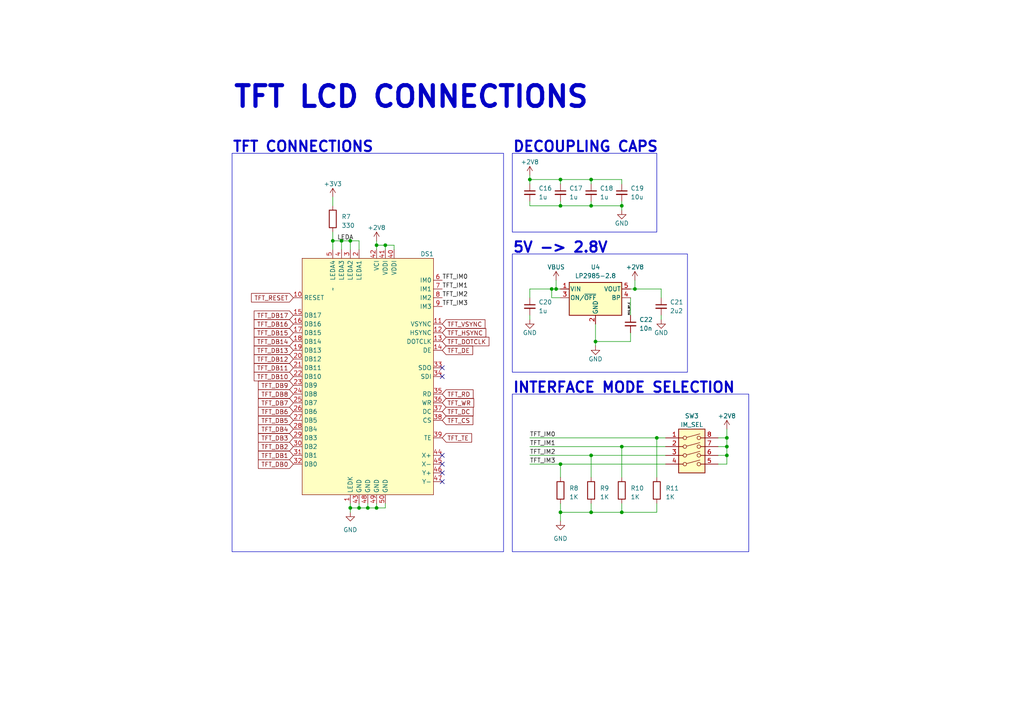
<source format=kicad_sch>
(kicad_sch (version 20230121) (generator eeschema)
  (paper "A4")
  (title_block (title "TFT LCD Connections") (date "2023-06-07") (rev "1.0") (company "Ryan Hausmann"))
  (lib_symbols
    (symbol "Device:C_Small" (pin_numbers hide) (pin_names (offset 0.254) hide)
      (property "Reference" "C" (at 0.254 1.778 0))
      (property "Value" "C_Small" (at 0.254 -2.032 0))
      (symbol "C_Small_0_1"
        (polyline (pts (xy -1.524 -0.508) (xy 1.524 -0.508)) (stroke (width 0.3302)))
        (polyline (pts (xy -1.524 0.508) (xy 1.524 0.508)) (stroke (width 0.3048)))
      )
      (symbol "C_Small_1_1"
        (pin passive line (at 0 2.54 270) (length 2.032) (name "~") (number "1"))
        (pin passive line (at 0 -2.54 90) (length 2.032) (name "~") (number "2"))
      )
    )
    (symbol "Device:R" (pin_numbers hide) (pin_names (offset 0))
      (property "Reference" "R" (at 2.032 0 90))
      (property "Value" "R" (at 0 0 90))
      (symbol "R_0_1"
        (rectangle (start -1.016 -2.54) (end 1.016 2.54) (stroke (width 0.254)))
      )
      (symbol "R_1_1"
        (pin passive line (at 0 3.81 270) (length 1.27) (name "~") (number "1"))
        (pin passive line (at 0 -3.81 90) (length 1.27) (name "~") (number "2"))
      )
    )
    (symbol "Regulator_Linear:LP2985-2.8" (pin_names (offset 0.254))
      (property "Reference" "U" (at -6.35 5.715 0))
      (property "Value" "LP2985-2.8" (at 0 5.715 0))
      (symbol "LP2985-2.8_0_1"
        (rectangle (start -7.62 -5.08) (end 7.62 4.445) (stroke (width 0.254)) (fill (type background)))
      )
      (symbol "LP2985-2.8_1_1"
        (pin power_in line (at -10.16 2.54 0) (length 2.54) (name "VIN") (number "1"))
        (pin power_in line (at 0 -7.62 90) (length 2.54) (name "GND") (number "2"))
        (pin input line (at -10.16 0 0) (length 2.54) (name "ON/~{OFF}") (number "3"))
        (pin input line (at 10.16 0 180) (length 2.54) (name "BP") (number "4"))
        (pin power_out line (at 10.16 2.54 180) (length 2.54) (name "VOUT") (number "5"))
      )
    )
    (symbol "Switch:SW_DIP_x04" (pin_names (offset 0) hide)
      (property "Reference" "SW" (at 0 8.89 0))
      (property "Value" "SW_DIP_x04" (at 0 -6.35 0))
      (symbol "SW_DIP_x04_0_0"
        (circle (center -2.032 -2.54) (radius 0.508))
        (circle (center -2.032 0) (radius 0.508))
        (circle (center -2.032 2.54) (radius 0.508))
        (circle (center -2.032 5.08) (radius 0.508))
        (polyline (pts (xy -1.524 -2.3876) (xy 2.3622 -1.3462)))
        (polyline (pts (xy -1.524 0.127) (xy 2.3622 1.1684)))
        (polyline (pts (xy -1.524 2.667) (xy 2.3622 3.7084)))
        (polyline (pts (xy -1.524 5.207) (xy 2.3622 6.2484)))
        (circle (center 2.032 -2.54) (radius 0.508))
        (circle (center 2.032 0) (radius 0.508))
        (circle (center 2.032 2.54) (radius 0.508))
        (circle (center 2.032 5.08) (radius 0.508))
      )
      (symbol "SW_DIP_x04_0_1"
        (rectangle (start -3.81 7.62) (end 3.81 -5.08) (stroke (width 0.254)) (fill (type background)))
      )
      (symbol "SW_DIP_x04_1_1"
        (pin passive line (at -7.62 5.08 0) (length 5.08) (name "~") (number "1"))
        (pin passive line (at -7.62 2.54 0) (length 5.08) (name "~") (number "2"))
        (pin passive line (at -7.62 0 0) (length 5.08) (name "~") (number "3"))
        (pin passive line (at -7.62 -2.54 0) (length 5.08) (name "~") (number "4"))
        (pin passive line (at 7.62 -2.54 180) (length 5.08) (name "~") (number "5"))
        (pin passive line (at 7.62 0 180) (length 5.08) (name "~") (number "6"))
        (pin passive line (at 7.62 2.54 180) (length 5.08) (name "~") (number "7"))
        (pin passive line (at 7.62 5.08 180) (length 5.08) (name "~") (number "8"))
      )
    )
    (symbol "TFT:MI0283QT-11"
      (property "Reference" "DS" (at 15.24 35.56 0))
      (symbol "MI0283QT-11_0_1"
        (rectangle (start -19.05 34.29) (end 19.05 -34.29) (fill (type background)))
      )
      (symbol "MI0283QT-11_1_1"
        (pin power_in line (at -5.08 -36.83 90) (length 2.54) (name "LEDK") (number "1"))
        (pin input line (at -21.59 22.86 0) (length 2.54) (name "RESET") (number "10"))
        (pin bidirectional line (at 21.59 15.24 180) (length 2.54) (name "VSYNC") (number "11"))
        (pin bidirectional line (at 21.59 12.7 180) (length 2.54) (name "HSYNC") (number "12"))
        (pin bidirectional line (at 21.59 10.16 180) (length 2.54) (name "DOTCLK") (number "13"))
        (pin bidirectional line (at 21.59 7.62 180) (length 2.54) (name "DE") (number "14"))
        (pin bidirectional line (at -21.59 17.78 0) (length 2.54) (name "DB17") (number "15"))
        (pin bidirectional line (at -21.59 15.24 0) (length 2.54) (name "DB16") (number "16"))
        (pin bidirectional line (at -21.59 12.7 0) (length 2.54) (name "DB15") (number "17"))
        (pin bidirectional line (at -21.59 10.16 0) (length 2.54) (name "DB14") (number "18"))
        (pin bidirectional line (at -21.59 7.62 0) (length 2.54) (name "DB13") (number "19"))
        (pin power_in line (at -2.54 36.83 270) (length 2.54) (name "LEDA1") (number "2"))
        (pin bidirectional line (at -21.59 5.08 0) (length 2.54) (name "DB12") (number "20"))
        (pin bidirectional line (at -21.59 2.54 0) (length 2.54) (name "DB11") (number "21"))
        (pin bidirectional line (at -21.59 0 0) (length 2.54) (name "DB10") (number "22"))
        (pin bidirectional line (at -21.59 -2.54 0) (length 2.54) (name "DB9") (number "23"))
        (pin bidirectional line (at -21.59 -5.08 0) (length 2.54) (name "DB8") (number "24"))
        (pin bidirectional line (at -21.59 -7.62 0) (length 2.54) (name "DB7") (number "25"))
        (pin bidirectional line (at -21.59 -10.16 0) (length 2.54) (name "DB6") (number "26"))
        (pin bidirectional line (at -21.59 -12.7 0) (length 2.54) (name "DB5") (number "27"))
        (pin bidirectional line (at -21.59 -15.24 0) (length 2.54) (name "DB4") (number "28"))
        (pin bidirectional line (at -21.59 -17.78 0) (length 2.54) (name "DB3") (number "29"))
        (pin power_in line (at -5.08 36.83 270) (length 2.54) (name "LEDA2") (number "3"))
        (pin bidirectional line (at -21.59 -20.32 0) (length 2.54) (name "DB2") (number "30"))
        (pin bidirectional line (at -21.59 -22.86 0) (length 2.54) (name "DB1") (number "31"))
        (pin bidirectional line (at -21.59 -25.4 0) (length 2.54) (name "DB0") (number "32"))
        (pin bidirectional line (at 21.59 2.54 180) (length 2.54) (name "SDO") (number "33"))
        (pin bidirectional line (at 21.59 0 180) (length 2.54) (name "SDI") (number "34"))
        (pin bidirectional line (at 21.59 -5.08 180) (length 2.54) (name "RD") (number "35"))
        (pin bidirectional line (at 21.59 -7.62 180) (length 2.54) (name "WR") (number "36"))
        (pin bidirectional line (at 21.59 -10.16 180) (length 2.54) (name "DC") (number "37"))
        (pin bidirectional line (at 21.59 -12.7 180) (length 2.54) (name "CS") (number "38"))
        (pin bidirectional line (at 21.59 -17.78 180) (length 2.54) (name "TE") (number "39"))
        (pin power_in line (at -7.62 36.83 270) (length 2.54) (name "LEDA3") (number "4"))
        (pin power_in line (at 7.62 36.83 270) (length 2.54) (name "VDDI") (number "40"))
        (pin power_in line (at 5.08 36.83 270) (length 2.54) (name "VDDI") (number "41"))
        (pin power_in line (at 2.54 36.83 270) (length 2.54) (name "VCI") (number "42"))
        (pin power_in line (at -2.54 -36.83 90) (length 2.54) (name "GND") (number "43"))
        (pin output line (at 21.59 -22.86 180) (length 2.54) (name "X+") (number "44"))
        (pin output line (at 21.59 -25.4 180) (length 2.54) (name "X-") (number "45"))
        (pin output line (at 21.59 -27.94 180) (length 2.54) (name "Y+") (number "46"))
        (pin output line (at 21.59 -30.48 180) (length 2.54) (name "Y-") (number "47"))
        (pin power_in line (at 0 -36.83 90) (length 2.54) (name "GND") (number "48"))
        (pin power_in line (at 2.54 -36.83 90) (length 2.54) (name "GND") (number "49"))
        (pin power_in line (at -10.16 36.83 270) (length 2.54) (name "LEDA4") (number "5"))
        (pin power_in line (at 5.08 -36.83 90) (length 2.54) (name "GND") (number "50"))
        (pin input line (at 21.59 27.94 180) (length 2.54) (name "IM0") (number "6"))
        (pin input line (at 21.59 25.4 180) (length 2.54) (name "IM1") (number "7"))
        (pin input line (at 21.59 22.86 180) (length 2.54) (name "IM2") (number "8"))
        (pin input line (at 21.59 20.32 180) (length 2.54) (name "IM3") (number "9"))
      )
    )
    (symbol "power:+2V8" (power) (pin_names (offset 0))
      (property "Value" "+2V8" (at 0 3.556 0))
      (symbol "+2V8_0_1"
        (polyline (pts (xy -0.762 1.27) (xy 0 2.54)))
        (polyline (pts (xy 0 0) (xy 0 2.54)))
        (polyline (pts (xy 0 2.54) (xy 0.762 1.27)))
      )
      (symbol "+2V8_1_1"
        (pin power_in line (at 0 0 90) (length 0) hide (name "+2V8") (number "1"))
      )
    )
    (symbol "power:+3V3" (power) (pin_names (offset 0))
      (property "Value" "+3V3" (at 0 3.556 0))
      (symbol "+3V3_0_1"
        (polyline (pts (xy -0.762 1.27) (xy 0 2.54)))
        (polyline (pts (xy 0 0) (xy 0 2.54)))
        (polyline (pts (xy 0 2.54) (xy 0.762 1.27)))
      )
      (symbol "+3V3_1_1"
        (pin power_in line (at 0 0 90) (length 0) hide (name "+3V3") (number "1"))
      )
    )
    (symbol "power:GND" (power) (pin_names (offset 0))
      (property "Value" "GND" (at 0 -3.81 0))
      (symbol "GND_0_1"
        (polyline (pts (xy 0 0) (xy 0 -1.27) (xy 1.27 -1.27) (xy 0 -2.54) (xy -1.27 -1.27) (xy 0 -1.27)))
      )
      (symbol "GND_1_1"
        (pin power_in line (at 0 0 270) (length 0) hide (name "GND") (number "1"))
      )
    )
    (symbol "power:VBUS" (power) (pin_names (offset 0))
      (property "Value" "VBUS" (at 0 3.81 0))
      (symbol "VBUS_0_1"
        (polyline (pts (xy -0.762 1.27) (xy 0 2.54)))
        (polyline (pts (xy 0 0) (xy 0 2.54)))
        (polyline (pts (xy 0 2.54) (xy 0.762 1.27)))
      )
      (symbol "VBUS_1_1"
        (pin power_in line (at 0 0 90) (length 0) hide (name "VBUS") (number "1"))
      )
    )
  )
  (junction (at 162.56 134.62))
  (junction (at 162.56 59.69))
  (junction (at 172.72 99.06))
  (junction (at 104.14 147.32))
  (junction (at 171.45 59.69))
  (junction (at 184.15 83.82))
  (junction (at 180.34 148.59))
  (junction (at 162.56 148.59))
  (junction (at 96.52 69.85))
  (junction (at 180.34 129.54))
  (junction (at 161.29 83.82))
  (junction (at 109.22 71.12))
  (junction (at 153.67 52.07))
  (junction (at 101.6 147.32))
  (junction (at 210.82 129.54))
  (junction (at 111.76 71.12))
  (junction (at 160.02 83.82))
  (junction (at 106.68 147.32))
  (junction (at 190.5 127))
  (junction (at 210.82 127))
  (junction (at 109.22 147.32))
  (junction (at 162.56 52.07))
  (junction (at 99.06 69.85))
  (junction (at 180.34 59.69))
  (junction (at 171.45 148.59))
  (junction (at 210.82 132.08))
  (junction (at 171.45 132.08))
  (junction (at 171.45 52.07))
  (junction (at 101.6 69.85))
  (no_connect (at 128.27 134.62))
  (no_connect (at 128.27 106.68))
  (no_connect (at 128.27 137.16))
  (no_connect (at 128.27 139.7))
  (no_connect (at 128.27 132.08))
  (no_connect (at 128.27 109.22))
  (wire (pts (xy 162.56 134.62) (xy 162.56 138.43)))
  (wire (pts (xy 160.02 83.82) (xy 161.29 83.82)))
  (wire (pts (xy 193.04 129.54) (xy 180.34 129.54)))
  (wire (pts (xy 161.29 83.82) (xy 162.56 83.82)))
  (wire (pts (xy 171.45 58.42) (xy 171.45 59.69)))
  (wire (pts (xy 180.34 59.69) (xy 180.34 60.96)))
  (wire (pts (xy 210.82 124.46) (xy 210.82 127)))
  (wire (pts (xy 191.77 83.82) (xy 184.15 83.82)))
  (wire (pts (xy 96.52 67.31) (xy 96.52 69.85)))
  (wire (pts (xy 153.67 50.8) (xy 153.67 52.07)))
  (wire (pts (xy 180.34 129.54) (xy 180.34 138.43)))
  (wire (pts (xy 99.06 69.85) (xy 99.06 72.39)))
  (wire (pts (xy 171.45 146.05) (xy 171.45 148.59)))
  (wire (pts (xy 162.56 148.59) (xy 162.56 151.13)))
  (wire (pts (xy 171.45 148.59) (xy 180.34 148.59)))
  (wire (pts (xy 162.56 134.62) (xy 153.67 134.62)))
  (wire (pts (xy 101.6 146.05) (xy 101.6 147.32)))
  (wire (pts (xy 101.6 147.32) (xy 104.14 147.32)))
  (wire (pts (xy 193.04 134.62) (xy 162.56 134.62)))
  (wire (pts (xy 180.34 52.07) (xy 171.45 52.07)))
  (wire (pts (xy 104.14 146.05) (xy 104.14 147.32)))
  (wire (pts (xy 180.34 148.59) (xy 190.5 148.59)))
  (wire (pts (xy 190.5 127) (xy 190.5 138.43)))
  (wire (pts (xy 171.45 59.69) (xy 180.34 59.69)))
  (wire (pts (xy 104.14 147.32) (xy 106.68 147.32)))
  (wire (pts (xy 208.28 132.08) (xy 210.82 132.08)))
  (wire (pts (xy 111.76 71.12) (xy 111.76 72.39)))
  (wire (pts (xy 96.52 69.85) (xy 99.06 69.85)))
  (wire (pts (xy 191.77 86.36) (xy 191.77 83.82)))
  (wire (pts (xy 101.6 148.59) (xy 101.6 147.32)))
  (wire (pts (xy 180.34 146.05) (xy 180.34 148.59)))
  (wire (pts (xy 190.5 127) (xy 153.67 127)))
  (wire (pts (xy 162.56 52.07) (xy 153.67 52.07)))
  (wire (pts (xy 162.56 52.07) (xy 171.45 52.07)))
  (wire (pts (xy 153.67 91.44) (xy 153.67 92.71)))
  (wire (pts (xy 182.88 96.52) (xy 182.88 99.06)))
  (wire (pts (xy 153.67 83.82) (xy 160.02 83.82)))
  (wire (pts (xy 101.6 69.85) (xy 101.6 72.39)))
  (wire (pts (xy 172.72 93.98) (xy 172.72 99.06)))
  (wire (pts (xy 160.02 86.36) (xy 160.02 83.82)))
  (wire (pts (xy 180.34 58.42) (xy 180.34 59.69)))
  (wire (pts (xy 109.22 71.12) (xy 109.22 72.39)))
  (wire (pts (xy 162.56 86.36) (xy 160.02 86.36)))
  (wire (pts (xy 153.67 52.07) (xy 153.67 53.34)))
  (wire (pts (xy 210.82 127) (xy 208.28 127)))
  (wire (pts (xy 101.6 69.85) (xy 104.14 69.85)))
  (wire (pts (xy 193.04 127) (xy 190.5 127)))
  (wire (pts (xy 96.52 72.39) (xy 96.52 69.85)))
  (wire (pts (xy 172.72 100.33) (xy 172.72 99.06)))
  (wire (pts (xy 162.56 53.34) (xy 162.56 52.07)))
  (wire (pts (xy 210.82 134.62) (xy 210.82 132.08)))
  (wire (pts (xy 171.45 132.08) (xy 153.67 132.08)))
  (wire (pts (xy 180.34 53.34) (xy 180.34 52.07)))
  (wire (pts (xy 96.52 57.15) (xy 96.52 59.69)))
  (wire (pts (xy 106.68 147.32) (xy 109.22 147.32)))
  (wire (pts (xy 162.56 148.59) (xy 171.45 148.59)))
  (wire (pts (xy 162.56 59.69) (xy 171.45 59.69)))
  (wire (pts (xy 182.88 99.06) (xy 172.72 99.06)))
  (wire (pts (xy 104.14 69.85) (xy 104.14 72.39)))
  (wire (pts (xy 153.67 59.69) (xy 162.56 59.69)))
  (wire (pts (xy 184.15 81.28) (xy 184.15 83.82)))
  (wire (pts (xy 193.04 132.08) (xy 171.45 132.08)))
  (wire (pts (xy 208.28 129.54) (xy 210.82 129.54)))
  (wire (pts (xy 171.45 132.08) (xy 171.45 138.43)))
  (wire (pts (xy 210.82 129.54) (xy 210.82 127)))
  (wire (pts (xy 106.68 146.05) (xy 106.68 147.32)))
  (wire (pts (xy 161.29 81.28) (xy 161.29 83.82)))
  (wire (pts (xy 208.28 134.62) (xy 210.82 134.62)))
  (wire (pts (xy 114.3 71.12) (xy 114.3 72.39)))
  (wire (pts (xy 190.5 148.59) (xy 190.5 146.05)))
  (wire (pts (xy 210.82 129.54) (xy 210.82 132.08)))
  (wire (pts (xy 184.15 83.82) (xy 182.88 83.82)))
  (wire (pts (xy 162.56 146.05) (xy 162.56 148.59)))
  (wire (pts (xy 191.77 91.44) (xy 191.77 92.71)))
  (wire (pts (xy 109.22 71.12) (xy 111.76 71.12)))
  (wire (pts (xy 109.22 146.05) (xy 109.22 147.32)))
  (wire (pts (xy 109.22 147.32) (xy 111.76 147.32)))
  (wire (pts (xy 180.34 129.54) (xy 153.67 129.54)))
  (wire (pts (xy 162.56 58.42) (xy 162.56 59.69)))
  (wire (pts (xy 182.88 91.44) (xy 182.88 86.36)))
  (wire (pts (xy 109.22 69.85) (xy 109.22 71.12)))
  (wire (pts (xy 153.67 83.82) (xy 153.67 86.36)))
  (wire (pts (xy 111.76 71.12) (xy 114.3 71.12)))
  (wire (pts (xy 111.76 147.32) (xy 111.76 146.05)))
  (wire (pts (xy 171.45 53.34) (xy 171.45 52.07)))
  (wire (pts (xy 99.06 69.85) (xy 101.6 69.85)))
  (wire (pts (xy 153.67 58.42) (xy 153.67 59.69)))
  (rectangle (start 67.31 44.45) (end 146.05 160.02))
  (rectangle (start 148.59 44.45) (end 190.5 67.31))
  (rectangle (start 148.59 73.66) (end 199.39 107.95))
  (rectangle (start 148.59 114.3) (end 217.17 160.02))
  (text "TFT CONNECTIONS" (at 67.31 44.45 0) (effects (font (size 3 3) (thickness 0.6) bold) (justify left bottom)))
  (text "DECOUPLING CAPS" (at 148.59 44.45 0) (effects (font (size 3 3) (thickness 0.6) bold) (justify left bottom)))
  (text "INTERFACE MODE SELECTION" (at 148.59 114.3 0) (effects (font (size 3 3) (thickness 0.6) bold) (justify left bottom)))
  (text "TFT LCD CONNECTIONS" (at 67.31 31.75 0) (effects (font (size 6 6) (thickness 1.2) bold) (justify left bottom)))
  (text "5V -> 2.8V" (at 148.59 73.66 0) (effects (font (size 3 3) (thickness 0.6) bold) (justify left bottom)))
  (label "TFT_IM0" (at 128.27 81.28 0))
  (label "TFT_IM2" (at 128.27 86.36 0))
  (label "TFT_IM3" (at 128.27 88.9 0))
  (label "TFT_IM2" (at 153.67 132.08 0))
  (label "TFT_IM1" (at 128.27 83.82 0))
  (label "REG_BP_C" (at 182.88 91.44 90) (effects (font (size 0.5 0.5))))
  (label "LEDA" (at 97.79 69.85 0))
  (label "TFT_IM3" (at 153.67 134.62 0))
  (label "TFT_IM0" (at 153.67 127 0))
  (label "TFT_IM1" (at 153.67 129.54 0))
  (global_label "TFT_RD" (shape input) (at 128.27 114.3 0) (property "Intersheetrefs" "${INTERSHEET_REFS}" (effects hide)))
  (global_label "TFT_DB13" (shape input) (at 85.09 101.6 180) (property "Intersheetrefs" "${INTERSHEET_REFS}" (effects hide)))
  (global_label "TFT_DB16" (shape input) (at 85.09 93.98 180) (property "Intersheetrefs" "${INTERSHEET_REFS}" (effects hide)))
  (global_label "TFT_DB5" (shape input) (at 85.09 121.92 180) (property "Intersheetrefs" "${INTERSHEET_REFS}" (effects hide)))
  (global_label "TFT_DB3" (shape input) (at 85.09 127 180) (property "Intersheetrefs" "${INTERSHEET_REFS}" (effects hide)))
  (global_label "TFT_VSYNC" (shape input) (at 128.27 93.98 0) (property "Intersheetrefs" "${INTERSHEET_REFS}" (effects hide)))
  (global_label "TFT_DB8" (shape input) (at 85.09 114.3 180) (property "Intersheetrefs" "${INTERSHEET_REFS}" (effects hide)))
  (global_label "TFT_RESET" (shape input) (at 85.09 86.36 180) (property "Intersheetrefs" "${INTERSHEET_REFS}" (effects hide)))
  (global_label "TFT_DB7" (shape input) (at 85.09 116.84 180) (property "Intersheetrefs" "${INTERSHEET_REFS}" (effects hide)))
  (global_label "TFT_DOTCLK" (shape input) (at 128.27 99.06 0) (property "Intersheetrefs" "${INTERSHEET_REFS}" (effects hide)))
  (global_label "TFT_DB11" (shape input) (at 85.09 106.68 180) (property "Intersheetrefs" "${INTERSHEET_REFS}" (effects hide)))
  (global_label "TFT_DB15" (shape input) (at 85.09 96.52 180) (property "Intersheetrefs" "${INTERSHEET_REFS}" (effects hide)))
  (global_label "TFT_DB9" (shape input) (at 85.09 111.76 180) (property "Intersheetrefs" "${INTERSHEET_REFS}" (effects hide)))
  (global_label "TFT_DB17" (shape input) (at 85.09 91.44 180) (property "Intersheetrefs" "${INTERSHEET_REFS}" (effects hide)))
  (global_label "TFT_DB14" (shape input) (at 85.09 99.06 180) (property "Intersheetrefs" "${INTERSHEET_REFS}" (effects hide)))
  (global_label "TFT_DB10" (shape input) (at 85.09 109.22 180) (property "Intersheetrefs" "${INTERSHEET_REFS}" (effects hide)))
  (global_label "TFT_DB2" (shape input) (at 85.09 129.54 180) (property "Intersheetrefs" "${INTERSHEET_REFS}" (effects hide)))
  (global_label "TFT_DC" (shape input) (at 128.27 119.38 0) (property "Intersheetrefs" "${INTERSHEET_REFS}" (effects hide)))
  (global_label "TFT_CS" (shape input) (at 128.27 121.92 0) (property "Intersheetrefs" "${INTERSHEET_REFS}" (effects hide)))
  (global_label "TFT_HSYNC" (shape input) (at 128.27 96.52 0) (property "Intersheetrefs" "${INTERSHEET_REFS}" (effects hide)))
  (global_label "TFT_DB6" (shape input) (at 85.09 119.38 180) (property "Intersheetrefs" "${INTERSHEET_REFS}" (effects hide)))
  (global_label "TFT_DE" (shape input) (at 128.27 101.6 0) (property "Intersheetrefs" "${INTERSHEET_REFS}" (effects hide)))
  (global_label "TFT_DB1" (shape input) (at 85.09 132.08 180) (property "Intersheetrefs" "${INTERSHEET_REFS}" (effects hide)))
  (global_label "TFT_WR" (shape input) (at 128.27 116.84 0) (property "Intersheetrefs" "${INTERSHEET_REFS}" (effects hide)))
  (global_label "TFT_DB12" (shape input) (at 85.09 104.14 180) (property "Intersheetrefs" "${INTERSHEET_REFS}" (effects hide)))
  (global_label "TFT_DB4" (shape input) (at 85.09 124.46 180) (property "Intersheetrefs" "${INTERSHEET_REFS}" (effects hide)))
  (global_label "TFT_TE" (shape input) (at 128.27 127 0) (property "Intersheetrefs" "${INTERSHEET_REFS}" (effects hide)))
  (global_label "TFT_DB0" (shape input) (at 85.09 134.62 180) (property "Intersheetrefs" "${INTERSHEET_REFS}" (effects hide)))
  (symbol (lib_id "power:GND") (at 162.56 151.13 0) (unit 1)
    (property "Reference" "#PWR033" (effects hide))
    (property "Value" "GND" (at 162.56 156.21 0))
  )
  (symbol (lib_id "Device:R") (at 190.5 142.24 0) (unit 1)
    (property "Reference" "R11" (at 193.04 141.605 0) (effects (justify left)))
    (property "Value" "1K" (at 193.04 144.145 0) (effects (justify left)))
    (property "Footprint" "Resistor_SMD:R_0603_1608Metric_Pad0.98x0.95mm_HandSolder" (effects hide))
  )
  (symbol (lib_id "power:+2V8") (at 210.82 124.46 0) (unit 1)
    (property "Reference" "#PWR031" (effects hide))
    (property "Value" "+2V8" (at 210.82 120.65 0))
  )
  (symbol (lib_id "power:+2V8") (at 184.15 81.28 0) (unit 1)
    (property "Reference" "#PWR027" (effects hide))
    (property "Value" "+2V8" (at 184.15 77.47 0))
    (instances (project "tft controller new" (path "" (reference "#PWR027") (unit 1))) (project "tft_controller" (path "" (reference "#PWR?") (unit 1))))
  )
  (symbol (lib_id "Device:R") (at 162.56 142.24 0) (unit 1)
    (property "Reference" "R8" (at 165.1 141.605 0) (effects (justify left)))
    (property "Value" "1K" (at 165.1 144.145 0) (effects (justify left)))
    (property "Footprint" "Resistor_SMD:R_0603_1608Metric_Pad0.98x0.95mm_HandSolder" (effects hide))
  )
  (symbol (lib_id "power:GND") (at 101.6 148.59 0) (unit 1)
    (property "Reference" "#PWR032" (effects hide))
    (property "Value" "GND" (at 101.6 153.67 0))
  )
  (symbol (lib_id "Device:C_Small") (at 153.67 55.88 0) (unit 1)
    (property "Reference" "C16" (at 156.21 54.6162 0) (effects (justify left)))
    (property "Value" "1u" (at 156.21 57.1562 0) (effects (justify left)))
    (property "Footprint" "Capacitor_SMD:C_0603_1608Metric_Pad1.08x0.95mm_HandSolder" (effects hide))
    (instances (project "tft controller new" (path "" (reference "C16") (unit 1))) (project "tft_controller" (path "" (reference "C?") (unit 1))))
  )
  (symbol (lib_id "power:GND") (at 180.34 60.96 0) (unit 1)
    (property "Reference" "#PWR024" (effects hide))
    (property "Value" "GND" (at 180.34 64.77 0))
    (instances (project "tft controller new" (path "" (reference "#PWR024") (unit 1))) (project "tft_controller" (path "" (reference "#PWR?") (unit 1))))
  )
  (symbol (lib_id "power:+2V8") (at 109.22 69.85 0) (unit 1)
    (property "Reference" "#PWR025" (effects hide))
    (property "Value" "+2V8" (at 109.22 66.04 0))
    (instances (project "tft controller new" (path "" (reference "#PWR025") (unit 1))) (project "tft_controller" (path "" (reference "#PWR?") (unit 1))))
  )
  (symbol (lib_id "Regulator_Linear:LP2985-2.8") (at 172.72 86.36 0) (unit 1)
    (property "Reference" "U4" (at 172.72 77.47 0))
    (property "Value" "LP2985-2.8" (at 172.72 80.01 0))
    (property "Footprint" "Package_TO_SOT_SMD:SOT-23-5" (effects hide))
    (property "Datasheet" "http://www.ti.com/lit/ds/symlink/lp2985.pdf" (effects hide))
    (instances (project "tft controller new" (path "" (reference "U4") (unit 1))) (project "tft_controller" (path "" (reference "U?") (unit 1))))
  )
  (symbol (lib_id "power:VBUS") (at 161.29 81.28 0) (unit 1)
    (property "Reference" "#PWR026" (effects hide))
    (property "Value" "VBUS" (at 161.29 77.47 0))
  )
  (symbol (lib_id "Device:C_Small") (at 171.45 55.88 0) (unit 1)
    (property "Reference" "C18" (at 173.99 54.6162 0) (effects (justify left)))
    (property "Value" "1u" (at 173.99 57.1562 0) (effects (justify left)))
    (property "Footprint" "Capacitor_SMD:C_0603_1608Metric_Pad1.08x0.95mm_HandSolder" (effects hide))
    (instances (project "tft controller new" (path "" (reference "C18") (unit 1))) (project "tft_controller" (path "" (reference "C?") (unit 1))))
  )
  (symbol (lib_id "power:GND") (at 153.67 92.71 0) (unit 1)
    (property "Reference" "#PWR028" (effects hide))
    (property "Value" "GND" (at 153.67 96.52 0))
    (instances (project "tft controller new" (path "" (reference "#PWR028") (unit 1))) (project "tft_controller" (path "" (reference "#PWR?") (unit 1))))
  )
  (symbol (lib_id "power:GND") (at 172.72 100.33 0) (unit 1)
    (property "Reference" "#PWR030" (effects hide))
    (property "Value" "GND" (at 172.72 104.14 0))
    (instances (project "tft controller new" (path "" (reference "#PWR030") (unit 1))) (project "tft_controller" (path "" (reference "#PWR?") (unit 1))))
  )
  (symbol (lib_id "TFT:MI0283QT-11") (at 106.68 109.22 0) (unit 1)
    (property "Reference" "DS1" (at 121.92 73.66 0) (effects (justify left)))
    (property "Value" "~" (at 96.52 83.82 90))
    (property "Footprint" "Connector_FFC-FPC:Molex_54132-5033_1x50-1MP_P0.5mm_Horizontal" (effects hide))
  )
  (symbol (lib_id "power:+2V8") (at 153.67 50.8 0) (unit 1)
    (property "Reference" "#PWR022" (effects hide))
    (property "Value" "+2V8" (at 153.67 46.99 0))
    (instances (project "tft controller new" (path "" (reference "#PWR022") (unit 1))) (project "tft_controller" (path "" (reference "#PWR?") (unit 1))))
  )
  (symbol (lib_id "Device:C_Small") (at 162.56 55.88 0) (unit 1)
    (property "Reference" "C17" (at 165.1 54.6162 0) (effects (justify left)))
    (property "Value" "1u" (at 165.1 57.1562 0) (effects (justify left)))
    (property "Footprint" "Capacitor_SMD:C_0603_1608Metric_Pad1.08x0.95mm_HandSolder" (effects hide))
    (instances (project "tft controller new" (path "" (reference "C17") (unit 1))) (project "tft_controller" (path "" (reference "C?") (unit 1))))
  )
  (symbol (lib_id "Device:R") (at 180.34 142.24 0) (unit 1)
    (property "Reference" "R10" (at 182.88 141.605 0) (effects (justify left)))
    (property "Value" "1K" (at 182.88 144.145 0) (effects (justify left)))
    (property "Footprint" "Resistor_SMD:R_0603_1608Metric_Pad0.98x0.95mm_HandSolder" (effects hide))
  )
  (symbol (lib_id "Switch:SW_DIP_x04") (at 200.66 132.08 0) (unit 1)
    (property "Reference" "SW3" (at 200.66 120.65 0))
    (property "Value" "IM_SEL" (at 200.66 123.19 0))
    (property "Footprint" "Button_Switch_THT:SW_DIP_SPSTx04_Slide_9.78x12.34mm_W7.62mm_P2.54mm" (effects hide))
  )
  (symbol (lib_id "Device:C_Small") (at 182.88 93.98 0) (unit 1)
    (property "Reference" "C22" (at 185.42 92.7162 0) (effects (justify left)))
    (property "Value" "10n" (at 185.42 95.2562 0) (effects (justify left)))
    (property "Footprint" "Capacitor_SMD:C_0603_1608Metric_Pad1.08x0.95mm_HandSolder" (effects hide))
    (instances (project "tft controller new" (path "" (reference "C22") (unit 1))) (project "tft_controller" (path "" (reference "C?") (unit 1))))
  )
  (symbol (lib_id "Device:C_Small") (at 180.34 55.88 0) (unit 1)
    (property "Reference" "C19" (at 182.88 54.6162 0) (effects (justify left)))
    (property "Value" "10u" (at 182.88 57.1562 0) (effects (justify left)))
    (property "Footprint" "Capacitor_SMD:C_0603_1608Metric_Pad1.08x0.95mm_HandSolder" (effects hide))
    (instances (project "tft controller new" (path "" (reference "C19") (unit 1))) (project "tft_controller" (path "" (reference "C?") (unit 1))))
  )
  (symbol (lib_id "power:GND") (at 191.77 92.71 0) (unit 1)
    (property "Reference" "#PWR029" (effects hide))
    (property "Value" "GND" (at 191.77 96.52 0))
    (instances (project "tft controller new" (path "" (reference "#PWR029") (unit 1))) (project "tft_controller" (path "" (reference "#PWR?") (unit 1))))
  )
  (symbol (lib_id "Device:C_Small") (at 191.77 88.9 0) (unit 1)
    (property "Reference" "C21" (at 194.31 87.6362 0) (effects (justify left)))
    (property "Value" "2u2" (at 194.31 90.1762 0) (effects (justify left)))
    (property "Footprint" "Capacitor_SMD:C_0603_1608Metric_Pad1.08x0.95mm_HandSolder" (effects hide))
    (instances (project "tft controller new" (path "" (reference "C21") (unit 1))) (project "tft_controller" (path "" (reference "C?") (unit 1))))
  )
  (symbol (lib_id "Device:R") (at 96.52 63.5 0) (unit 1)
    (property "Reference" "R7" (at 99.06 62.865 0) (effects (justify left)))
    (property "Value" "330" (at 99.06 65.405 0) (effects (justify left)))
    (property "Footprint" "Resistor_SMD:R_0603_1608Metric_Pad0.98x0.95mm_HandSolder" (effects hide))
  )
  (symbol (lib_id "Device:R") (at 171.45 142.24 0) (unit 1)
    (property "Reference" "R9" (at 173.99 141.605 0) (effects (justify left)))
    (property "Value" "1K" (at 173.99 144.145 0) (effects (justify left)))
    (property "Footprint" "Resistor_SMD:R_0603_1608Metric_Pad0.98x0.95mm_HandSolder" (effects hide))
  )
  (symbol (lib_id "Device:C_Small") (at 153.67 88.9 0) (unit 1)
    (property "Reference" "C20" (at 156.21 87.6362 0) (effects (justify left)))
    (property "Value" "1u" (at 156.21 90.1762 0) (effects (justify left)))
    (property "Footprint" "Capacitor_SMD:C_0603_1608Metric_Pad1.08x0.95mm_HandSolder" (effects hide))
    (instances (project "tft controller new" (path "" (reference "C20") (unit 1))) (project "tft_controller" (path "" (reference "C?") (unit 1))))
  )
  (symbol (lib_id "power:+3V3") (at 96.52 57.15 0) (unit 1)
    (property "Reference" "#PWR023" (effects hide))
    (property "Value" "+3V3" (at 96.52 53.34 0))
  )
)
</source>
